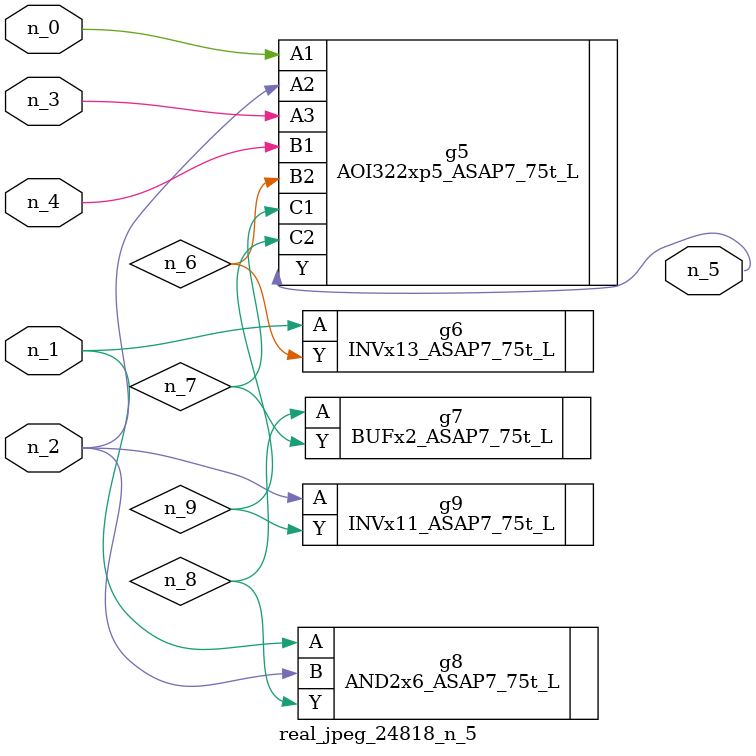
<source format=v>
module real_jpeg_24818_n_5 (n_4, n_0, n_1, n_2, n_3, n_5);

input n_4;
input n_0;
input n_1;
input n_2;
input n_3;

output n_5;

wire n_8;
wire n_6;
wire n_7;
wire n_9;

AOI322xp5_ASAP7_75t_L g5 ( 
.A1(n_0),
.A2(n_2),
.A3(n_3),
.B1(n_4),
.B2(n_6),
.C1(n_7),
.C2(n_9),
.Y(n_5)
);

INVx13_ASAP7_75t_L g6 ( 
.A(n_1),
.Y(n_6)
);

AND2x6_ASAP7_75t_L g8 ( 
.A(n_1),
.B(n_2),
.Y(n_8)
);

INVx11_ASAP7_75t_L g9 ( 
.A(n_2),
.Y(n_9)
);

BUFx2_ASAP7_75t_L g7 ( 
.A(n_8),
.Y(n_7)
);


endmodule
</source>
